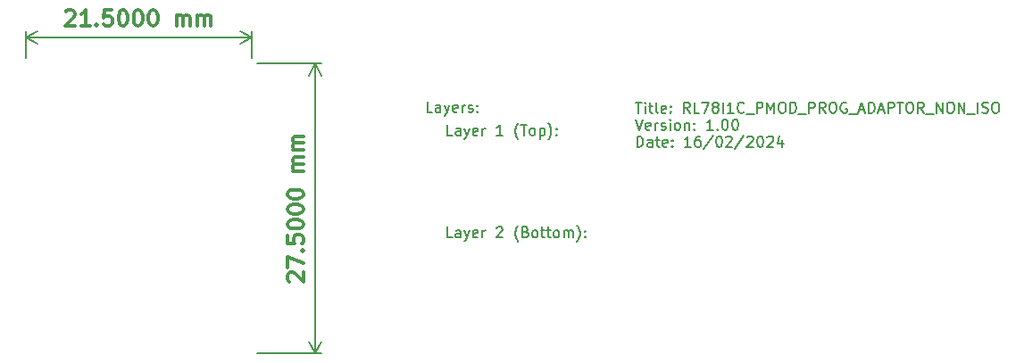
<source format=gbr>
%TF.GenerationSoftware,KiCad,Pcbnew,7.0.10*%
%TF.CreationDate,2024-10-22T16:17:16+01:00*%
%TF.ProjectId,RL78I1C_PMOD_PROG_ADAPTOR_NON_ISO,524c3738-4931-4435-9f50-4d4f445f5052,0*%
%TF.SameCoordinates,Original*%
%TF.FileFunction,Other,Comment*%
%FSLAX46Y46*%
G04 Gerber Fmt 4.6, Leading zero omitted, Abs format (unit mm)*
G04 Created by KiCad (PCBNEW 7.0.10) date 2024-10-22 16:17:16*
%MOMM*%
%LPD*%
G01*
G04 APERTURE LIST*
%ADD10C,0.150000*%
%ADD11C,0.300000*%
%ADD12C,0.200000*%
G04 APERTURE END LIST*
D10*
X177212969Y-87769819D02*
X176736779Y-87769819D01*
X176736779Y-87769819D02*
X176736779Y-86769819D01*
X177974874Y-87769819D02*
X177974874Y-87246009D01*
X177974874Y-87246009D02*
X177927255Y-87150771D01*
X177927255Y-87150771D02*
X177832017Y-87103152D01*
X177832017Y-87103152D02*
X177641541Y-87103152D01*
X177641541Y-87103152D02*
X177546303Y-87150771D01*
X177974874Y-87722200D02*
X177879636Y-87769819D01*
X177879636Y-87769819D02*
X177641541Y-87769819D01*
X177641541Y-87769819D02*
X177546303Y-87722200D01*
X177546303Y-87722200D02*
X177498684Y-87626961D01*
X177498684Y-87626961D02*
X177498684Y-87531723D01*
X177498684Y-87531723D02*
X177546303Y-87436485D01*
X177546303Y-87436485D02*
X177641541Y-87388866D01*
X177641541Y-87388866D02*
X177879636Y-87388866D01*
X177879636Y-87388866D02*
X177974874Y-87341247D01*
X178355827Y-87103152D02*
X178593922Y-87769819D01*
X178832017Y-87103152D02*
X178593922Y-87769819D01*
X178593922Y-87769819D02*
X178498684Y-88007914D01*
X178498684Y-88007914D02*
X178451065Y-88055533D01*
X178451065Y-88055533D02*
X178355827Y-88103152D01*
X179593922Y-87722200D02*
X179498684Y-87769819D01*
X179498684Y-87769819D02*
X179308208Y-87769819D01*
X179308208Y-87769819D02*
X179212970Y-87722200D01*
X179212970Y-87722200D02*
X179165351Y-87626961D01*
X179165351Y-87626961D02*
X179165351Y-87246009D01*
X179165351Y-87246009D02*
X179212970Y-87150771D01*
X179212970Y-87150771D02*
X179308208Y-87103152D01*
X179308208Y-87103152D02*
X179498684Y-87103152D01*
X179498684Y-87103152D02*
X179593922Y-87150771D01*
X179593922Y-87150771D02*
X179641541Y-87246009D01*
X179641541Y-87246009D02*
X179641541Y-87341247D01*
X179641541Y-87341247D02*
X179165351Y-87436485D01*
X180070113Y-87769819D02*
X180070113Y-87103152D01*
X180070113Y-87293628D02*
X180117732Y-87198390D01*
X180117732Y-87198390D02*
X180165351Y-87150771D01*
X180165351Y-87150771D02*
X180260589Y-87103152D01*
X180260589Y-87103152D02*
X180355827Y-87103152D01*
X181974875Y-87769819D02*
X181403447Y-87769819D01*
X181689161Y-87769819D02*
X181689161Y-86769819D01*
X181689161Y-86769819D02*
X181593923Y-86912676D01*
X181593923Y-86912676D02*
X181498685Y-87007914D01*
X181498685Y-87007914D02*
X181403447Y-87055533D01*
X183451066Y-88150771D02*
X183403447Y-88103152D01*
X183403447Y-88103152D02*
X183308209Y-87960295D01*
X183308209Y-87960295D02*
X183260590Y-87865057D01*
X183260590Y-87865057D02*
X183212971Y-87722200D01*
X183212971Y-87722200D02*
X183165352Y-87484104D01*
X183165352Y-87484104D02*
X183165352Y-87293628D01*
X183165352Y-87293628D02*
X183212971Y-87055533D01*
X183212971Y-87055533D02*
X183260590Y-86912676D01*
X183260590Y-86912676D02*
X183308209Y-86817438D01*
X183308209Y-86817438D02*
X183403447Y-86674580D01*
X183403447Y-86674580D02*
X183451066Y-86626961D01*
X183689162Y-86769819D02*
X184260590Y-86769819D01*
X183974876Y-87769819D02*
X183974876Y-86769819D01*
X184736781Y-87769819D02*
X184641543Y-87722200D01*
X184641543Y-87722200D02*
X184593924Y-87674580D01*
X184593924Y-87674580D02*
X184546305Y-87579342D01*
X184546305Y-87579342D02*
X184546305Y-87293628D01*
X184546305Y-87293628D02*
X184593924Y-87198390D01*
X184593924Y-87198390D02*
X184641543Y-87150771D01*
X184641543Y-87150771D02*
X184736781Y-87103152D01*
X184736781Y-87103152D02*
X184879638Y-87103152D01*
X184879638Y-87103152D02*
X184974876Y-87150771D01*
X184974876Y-87150771D02*
X185022495Y-87198390D01*
X185022495Y-87198390D02*
X185070114Y-87293628D01*
X185070114Y-87293628D02*
X185070114Y-87579342D01*
X185070114Y-87579342D02*
X185022495Y-87674580D01*
X185022495Y-87674580D02*
X184974876Y-87722200D01*
X184974876Y-87722200D02*
X184879638Y-87769819D01*
X184879638Y-87769819D02*
X184736781Y-87769819D01*
X185498686Y-87103152D02*
X185498686Y-88103152D01*
X185498686Y-87150771D02*
X185593924Y-87103152D01*
X185593924Y-87103152D02*
X185784400Y-87103152D01*
X185784400Y-87103152D02*
X185879638Y-87150771D01*
X185879638Y-87150771D02*
X185927257Y-87198390D01*
X185927257Y-87198390D02*
X185974876Y-87293628D01*
X185974876Y-87293628D02*
X185974876Y-87579342D01*
X185974876Y-87579342D02*
X185927257Y-87674580D01*
X185927257Y-87674580D02*
X185879638Y-87722200D01*
X185879638Y-87722200D02*
X185784400Y-87769819D01*
X185784400Y-87769819D02*
X185593924Y-87769819D01*
X185593924Y-87769819D02*
X185498686Y-87722200D01*
X186308210Y-88150771D02*
X186355829Y-88103152D01*
X186355829Y-88103152D02*
X186451067Y-87960295D01*
X186451067Y-87960295D02*
X186498686Y-87865057D01*
X186498686Y-87865057D02*
X186546305Y-87722200D01*
X186546305Y-87722200D02*
X186593924Y-87484104D01*
X186593924Y-87484104D02*
X186593924Y-87293628D01*
X186593924Y-87293628D02*
X186546305Y-87055533D01*
X186546305Y-87055533D02*
X186498686Y-86912676D01*
X186498686Y-86912676D02*
X186451067Y-86817438D01*
X186451067Y-86817438D02*
X186355829Y-86674580D01*
X186355829Y-86674580D02*
X186308210Y-86626961D01*
X187070115Y-87674580D02*
X187117734Y-87722200D01*
X187117734Y-87722200D02*
X187070115Y-87769819D01*
X187070115Y-87769819D02*
X187022496Y-87722200D01*
X187022496Y-87722200D02*
X187070115Y-87674580D01*
X187070115Y-87674580D02*
X187070115Y-87769819D01*
X187070115Y-87150771D02*
X187117734Y-87198390D01*
X187117734Y-87198390D02*
X187070115Y-87246009D01*
X187070115Y-87246009D02*
X187022496Y-87198390D01*
X187022496Y-87198390D02*
X187070115Y-87150771D01*
X187070115Y-87150771D02*
X187070115Y-87246009D01*
X177212969Y-97469819D02*
X176736779Y-97469819D01*
X176736779Y-97469819D02*
X176736779Y-96469819D01*
X177974874Y-97469819D02*
X177974874Y-96946009D01*
X177974874Y-96946009D02*
X177927255Y-96850771D01*
X177927255Y-96850771D02*
X177832017Y-96803152D01*
X177832017Y-96803152D02*
X177641541Y-96803152D01*
X177641541Y-96803152D02*
X177546303Y-96850771D01*
X177974874Y-97422200D02*
X177879636Y-97469819D01*
X177879636Y-97469819D02*
X177641541Y-97469819D01*
X177641541Y-97469819D02*
X177546303Y-97422200D01*
X177546303Y-97422200D02*
X177498684Y-97326961D01*
X177498684Y-97326961D02*
X177498684Y-97231723D01*
X177498684Y-97231723D02*
X177546303Y-97136485D01*
X177546303Y-97136485D02*
X177641541Y-97088866D01*
X177641541Y-97088866D02*
X177879636Y-97088866D01*
X177879636Y-97088866D02*
X177974874Y-97041247D01*
X178355827Y-96803152D02*
X178593922Y-97469819D01*
X178832017Y-96803152D02*
X178593922Y-97469819D01*
X178593922Y-97469819D02*
X178498684Y-97707914D01*
X178498684Y-97707914D02*
X178451065Y-97755533D01*
X178451065Y-97755533D02*
X178355827Y-97803152D01*
X179593922Y-97422200D02*
X179498684Y-97469819D01*
X179498684Y-97469819D02*
X179308208Y-97469819D01*
X179308208Y-97469819D02*
X179212970Y-97422200D01*
X179212970Y-97422200D02*
X179165351Y-97326961D01*
X179165351Y-97326961D02*
X179165351Y-96946009D01*
X179165351Y-96946009D02*
X179212970Y-96850771D01*
X179212970Y-96850771D02*
X179308208Y-96803152D01*
X179308208Y-96803152D02*
X179498684Y-96803152D01*
X179498684Y-96803152D02*
X179593922Y-96850771D01*
X179593922Y-96850771D02*
X179641541Y-96946009D01*
X179641541Y-96946009D02*
X179641541Y-97041247D01*
X179641541Y-97041247D02*
X179165351Y-97136485D01*
X180070113Y-97469819D02*
X180070113Y-96803152D01*
X180070113Y-96993628D02*
X180117732Y-96898390D01*
X180117732Y-96898390D02*
X180165351Y-96850771D01*
X180165351Y-96850771D02*
X180260589Y-96803152D01*
X180260589Y-96803152D02*
X180355827Y-96803152D01*
X181403447Y-96565057D02*
X181451066Y-96517438D01*
X181451066Y-96517438D02*
X181546304Y-96469819D01*
X181546304Y-96469819D02*
X181784399Y-96469819D01*
X181784399Y-96469819D02*
X181879637Y-96517438D01*
X181879637Y-96517438D02*
X181927256Y-96565057D01*
X181927256Y-96565057D02*
X181974875Y-96660295D01*
X181974875Y-96660295D02*
X181974875Y-96755533D01*
X181974875Y-96755533D02*
X181927256Y-96898390D01*
X181927256Y-96898390D02*
X181355828Y-97469819D01*
X181355828Y-97469819D02*
X181974875Y-97469819D01*
X183451066Y-97850771D02*
X183403447Y-97803152D01*
X183403447Y-97803152D02*
X183308209Y-97660295D01*
X183308209Y-97660295D02*
X183260590Y-97565057D01*
X183260590Y-97565057D02*
X183212971Y-97422200D01*
X183212971Y-97422200D02*
X183165352Y-97184104D01*
X183165352Y-97184104D02*
X183165352Y-96993628D01*
X183165352Y-96993628D02*
X183212971Y-96755533D01*
X183212971Y-96755533D02*
X183260590Y-96612676D01*
X183260590Y-96612676D02*
X183308209Y-96517438D01*
X183308209Y-96517438D02*
X183403447Y-96374580D01*
X183403447Y-96374580D02*
X183451066Y-96326961D01*
X184165352Y-96946009D02*
X184308209Y-96993628D01*
X184308209Y-96993628D02*
X184355828Y-97041247D01*
X184355828Y-97041247D02*
X184403447Y-97136485D01*
X184403447Y-97136485D02*
X184403447Y-97279342D01*
X184403447Y-97279342D02*
X184355828Y-97374580D01*
X184355828Y-97374580D02*
X184308209Y-97422200D01*
X184308209Y-97422200D02*
X184212971Y-97469819D01*
X184212971Y-97469819D02*
X183832019Y-97469819D01*
X183832019Y-97469819D02*
X183832019Y-96469819D01*
X183832019Y-96469819D02*
X184165352Y-96469819D01*
X184165352Y-96469819D02*
X184260590Y-96517438D01*
X184260590Y-96517438D02*
X184308209Y-96565057D01*
X184308209Y-96565057D02*
X184355828Y-96660295D01*
X184355828Y-96660295D02*
X184355828Y-96755533D01*
X184355828Y-96755533D02*
X184308209Y-96850771D01*
X184308209Y-96850771D02*
X184260590Y-96898390D01*
X184260590Y-96898390D02*
X184165352Y-96946009D01*
X184165352Y-96946009D02*
X183832019Y-96946009D01*
X184974876Y-97469819D02*
X184879638Y-97422200D01*
X184879638Y-97422200D02*
X184832019Y-97374580D01*
X184832019Y-97374580D02*
X184784400Y-97279342D01*
X184784400Y-97279342D02*
X184784400Y-96993628D01*
X184784400Y-96993628D02*
X184832019Y-96898390D01*
X184832019Y-96898390D02*
X184879638Y-96850771D01*
X184879638Y-96850771D02*
X184974876Y-96803152D01*
X184974876Y-96803152D02*
X185117733Y-96803152D01*
X185117733Y-96803152D02*
X185212971Y-96850771D01*
X185212971Y-96850771D02*
X185260590Y-96898390D01*
X185260590Y-96898390D02*
X185308209Y-96993628D01*
X185308209Y-96993628D02*
X185308209Y-97279342D01*
X185308209Y-97279342D02*
X185260590Y-97374580D01*
X185260590Y-97374580D02*
X185212971Y-97422200D01*
X185212971Y-97422200D02*
X185117733Y-97469819D01*
X185117733Y-97469819D02*
X184974876Y-97469819D01*
X185593924Y-96803152D02*
X185974876Y-96803152D01*
X185736781Y-96469819D02*
X185736781Y-97326961D01*
X185736781Y-97326961D02*
X185784400Y-97422200D01*
X185784400Y-97422200D02*
X185879638Y-97469819D01*
X185879638Y-97469819D02*
X185974876Y-97469819D01*
X186165353Y-96803152D02*
X186546305Y-96803152D01*
X186308210Y-96469819D02*
X186308210Y-97326961D01*
X186308210Y-97326961D02*
X186355829Y-97422200D01*
X186355829Y-97422200D02*
X186451067Y-97469819D01*
X186451067Y-97469819D02*
X186546305Y-97469819D01*
X187022496Y-97469819D02*
X186927258Y-97422200D01*
X186927258Y-97422200D02*
X186879639Y-97374580D01*
X186879639Y-97374580D02*
X186832020Y-97279342D01*
X186832020Y-97279342D02*
X186832020Y-96993628D01*
X186832020Y-96993628D02*
X186879639Y-96898390D01*
X186879639Y-96898390D02*
X186927258Y-96850771D01*
X186927258Y-96850771D02*
X187022496Y-96803152D01*
X187022496Y-96803152D02*
X187165353Y-96803152D01*
X187165353Y-96803152D02*
X187260591Y-96850771D01*
X187260591Y-96850771D02*
X187308210Y-96898390D01*
X187308210Y-96898390D02*
X187355829Y-96993628D01*
X187355829Y-96993628D02*
X187355829Y-97279342D01*
X187355829Y-97279342D02*
X187308210Y-97374580D01*
X187308210Y-97374580D02*
X187260591Y-97422200D01*
X187260591Y-97422200D02*
X187165353Y-97469819D01*
X187165353Y-97469819D02*
X187022496Y-97469819D01*
X187784401Y-97469819D02*
X187784401Y-96803152D01*
X187784401Y-96898390D02*
X187832020Y-96850771D01*
X187832020Y-96850771D02*
X187927258Y-96803152D01*
X187927258Y-96803152D02*
X188070115Y-96803152D01*
X188070115Y-96803152D02*
X188165353Y-96850771D01*
X188165353Y-96850771D02*
X188212972Y-96946009D01*
X188212972Y-96946009D02*
X188212972Y-97469819D01*
X188212972Y-96946009D02*
X188260591Y-96850771D01*
X188260591Y-96850771D02*
X188355829Y-96803152D01*
X188355829Y-96803152D02*
X188498686Y-96803152D01*
X188498686Y-96803152D02*
X188593925Y-96850771D01*
X188593925Y-96850771D02*
X188641544Y-96946009D01*
X188641544Y-96946009D02*
X188641544Y-97469819D01*
X189022496Y-97850771D02*
X189070115Y-97803152D01*
X189070115Y-97803152D02*
X189165353Y-97660295D01*
X189165353Y-97660295D02*
X189212972Y-97565057D01*
X189212972Y-97565057D02*
X189260591Y-97422200D01*
X189260591Y-97422200D02*
X189308210Y-97184104D01*
X189308210Y-97184104D02*
X189308210Y-96993628D01*
X189308210Y-96993628D02*
X189260591Y-96755533D01*
X189260591Y-96755533D02*
X189212972Y-96612676D01*
X189212972Y-96612676D02*
X189165353Y-96517438D01*
X189165353Y-96517438D02*
X189070115Y-96374580D01*
X189070115Y-96374580D02*
X189022496Y-96326961D01*
X189784401Y-97374580D02*
X189832020Y-97422200D01*
X189832020Y-97422200D02*
X189784401Y-97469819D01*
X189784401Y-97469819D02*
X189736782Y-97422200D01*
X189736782Y-97422200D02*
X189784401Y-97374580D01*
X189784401Y-97374580D02*
X189784401Y-97469819D01*
X189784401Y-96850771D02*
X189832020Y-96898390D01*
X189832020Y-96898390D02*
X189784401Y-96946009D01*
X189784401Y-96946009D02*
X189736782Y-96898390D01*
X189736782Y-96898390D02*
X189784401Y-96850771D01*
X189784401Y-96850771D02*
X189784401Y-96946009D01*
X175312969Y-85569819D02*
X174836779Y-85569819D01*
X174836779Y-85569819D02*
X174836779Y-84569819D01*
X176074874Y-85569819D02*
X176074874Y-85046009D01*
X176074874Y-85046009D02*
X176027255Y-84950771D01*
X176027255Y-84950771D02*
X175932017Y-84903152D01*
X175932017Y-84903152D02*
X175741541Y-84903152D01*
X175741541Y-84903152D02*
X175646303Y-84950771D01*
X176074874Y-85522200D02*
X175979636Y-85569819D01*
X175979636Y-85569819D02*
X175741541Y-85569819D01*
X175741541Y-85569819D02*
X175646303Y-85522200D01*
X175646303Y-85522200D02*
X175598684Y-85426961D01*
X175598684Y-85426961D02*
X175598684Y-85331723D01*
X175598684Y-85331723D02*
X175646303Y-85236485D01*
X175646303Y-85236485D02*
X175741541Y-85188866D01*
X175741541Y-85188866D02*
X175979636Y-85188866D01*
X175979636Y-85188866D02*
X176074874Y-85141247D01*
X176455827Y-84903152D02*
X176693922Y-85569819D01*
X176932017Y-84903152D02*
X176693922Y-85569819D01*
X176693922Y-85569819D02*
X176598684Y-85807914D01*
X176598684Y-85807914D02*
X176551065Y-85855533D01*
X176551065Y-85855533D02*
X176455827Y-85903152D01*
X177693922Y-85522200D02*
X177598684Y-85569819D01*
X177598684Y-85569819D02*
X177408208Y-85569819D01*
X177408208Y-85569819D02*
X177312970Y-85522200D01*
X177312970Y-85522200D02*
X177265351Y-85426961D01*
X177265351Y-85426961D02*
X177265351Y-85046009D01*
X177265351Y-85046009D02*
X177312970Y-84950771D01*
X177312970Y-84950771D02*
X177408208Y-84903152D01*
X177408208Y-84903152D02*
X177598684Y-84903152D01*
X177598684Y-84903152D02*
X177693922Y-84950771D01*
X177693922Y-84950771D02*
X177741541Y-85046009D01*
X177741541Y-85046009D02*
X177741541Y-85141247D01*
X177741541Y-85141247D02*
X177265351Y-85236485D01*
X178170113Y-85569819D02*
X178170113Y-84903152D01*
X178170113Y-85093628D02*
X178217732Y-84998390D01*
X178217732Y-84998390D02*
X178265351Y-84950771D01*
X178265351Y-84950771D02*
X178360589Y-84903152D01*
X178360589Y-84903152D02*
X178455827Y-84903152D01*
X178741542Y-85522200D02*
X178836780Y-85569819D01*
X178836780Y-85569819D02*
X179027256Y-85569819D01*
X179027256Y-85569819D02*
X179122494Y-85522200D01*
X179122494Y-85522200D02*
X179170113Y-85426961D01*
X179170113Y-85426961D02*
X179170113Y-85379342D01*
X179170113Y-85379342D02*
X179122494Y-85284104D01*
X179122494Y-85284104D02*
X179027256Y-85236485D01*
X179027256Y-85236485D02*
X178884399Y-85236485D01*
X178884399Y-85236485D02*
X178789161Y-85188866D01*
X178789161Y-85188866D02*
X178741542Y-85093628D01*
X178741542Y-85093628D02*
X178741542Y-85046009D01*
X178741542Y-85046009D02*
X178789161Y-84950771D01*
X178789161Y-84950771D02*
X178884399Y-84903152D01*
X178884399Y-84903152D02*
X179027256Y-84903152D01*
X179027256Y-84903152D02*
X179122494Y-84950771D01*
X179598685Y-85474580D02*
X179646304Y-85522200D01*
X179646304Y-85522200D02*
X179598685Y-85569819D01*
X179598685Y-85569819D02*
X179551066Y-85522200D01*
X179551066Y-85522200D02*
X179598685Y-85474580D01*
X179598685Y-85474580D02*
X179598685Y-85569819D01*
X179598685Y-84950771D02*
X179646304Y-84998390D01*
X179646304Y-84998390D02*
X179598685Y-85046009D01*
X179598685Y-85046009D02*
X179551066Y-84998390D01*
X179551066Y-84998390D02*
X179598685Y-84950771D01*
X179598685Y-84950771D02*
X179598685Y-85046009D01*
X194593922Y-84649819D02*
X195165350Y-84649819D01*
X194879636Y-85649819D02*
X194879636Y-84649819D01*
X195498684Y-85649819D02*
X195498684Y-84983152D01*
X195498684Y-84649819D02*
X195451065Y-84697438D01*
X195451065Y-84697438D02*
X195498684Y-84745057D01*
X195498684Y-84745057D02*
X195546303Y-84697438D01*
X195546303Y-84697438D02*
X195498684Y-84649819D01*
X195498684Y-84649819D02*
X195498684Y-84745057D01*
X195832017Y-84983152D02*
X196212969Y-84983152D01*
X195974874Y-84649819D02*
X195974874Y-85506961D01*
X195974874Y-85506961D02*
X196022493Y-85602200D01*
X196022493Y-85602200D02*
X196117731Y-85649819D01*
X196117731Y-85649819D02*
X196212969Y-85649819D01*
X196689160Y-85649819D02*
X196593922Y-85602200D01*
X196593922Y-85602200D02*
X196546303Y-85506961D01*
X196546303Y-85506961D02*
X196546303Y-84649819D01*
X197451065Y-85602200D02*
X197355827Y-85649819D01*
X197355827Y-85649819D02*
X197165351Y-85649819D01*
X197165351Y-85649819D02*
X197070113Y-85602200D01*
X197070113Y-85602200D02*
X197022494Y-85506961D01*
X197022494Y-85506961D02*
X197022494Y-85126009D01*
X197022494Y-85126009D02*
X197070113Y-85030771D01*
X197070113Y-85030771D02*
X197165351Y-84983152D01*
X197165351Y-84983152D02*
X197355827Y-84983152D01*
X197355827Y-84983152D02*
X197451065Y-85030771D01*
X197451065Y-85030771D02*
X197498684Y-85126009D01*
X197498684Y-85126009D02*
X197498684Y-85221247D01*
X197498684Y-85221247D02*
X197022494Y-85316485D01*
X197927256Y-85554580D02*
X197974875Y-85602200D01*
X197974875Y-85602200D02*
X197927256Y-85649819D01*
X197927256Y-85649819D02*
X197879637Y-85602200D01*
X197879637Y-85602200D02*
X197927256Y-85554580D01*
X197927256Y-85554580D02*
X197927256Y-85649819D01*
X197927256Y-85030771D02*
X197974875Y-85078390D01*
X197974875Y-85078390D02*
X197927256Y-85126009D01*
X197927256Y-85126009D02*
X197879637Y-85078390D01*
X197879637Y-85078390D02*
X197927256Y-85030771D01*
X197927256Y-85030771D02*
X197927256Y-85126009D01*
X199736779Y-85649819D02*
X199403446Y-85173628D01*
X199165351Y-85649819D02*
X199165351Y-84649819D01*
X199165351Y-84649819D02*
X199546303Y-84649819D01*
X199546303Y-84649819D02*
X199641541Y-84697438D01*
X199641541Y-84697438D02*
X199689160Y-84745057D01*
X199689160Y-84745057D02*
X199736779Y-84840295D01*
X199736779Y-84840295D02*
X199736779Y-84983152D01*
X199736779Y-84983152D02*
X199689160Y-85078390D01*
X199689160Y-85078390D02*
X199641541Y-85126009D01*
X199641541Y-85126009D02*
X199546303Y-85173628D01*
X199546303Y-85173628D02*
X199165351Y-85173628D01*
X200641541Y-85649819D02*
X200165351Y-85649819D01*
X200165351Y-85649819D02*
X200165351Y-84649819D01*
X200879637Y-84649819D02*
X201546303Y-84649819D01*
X201546303Y-84649819D02*
X201117732Y-85649819D01*
X202070113Y-85078390D02*
X201974875Y-85030771D01*
X201974875Y-85030771D02*
X201927256Y-84983152D01*
X201927256Y-84983152D02*
X201879637Y-84887914D01*
X201879637Y-84887914D02*
X201879637Y-84840295D01*
X201879637Y-84840295D02*
X201927256Y-84745057D01*
X201927256Y-84745057D02*
X201974875Y-84697438D01*
X201974875Y-84697438D02*
X202070113Y-84649819D01*
X202070113Y-84649819D02*
X202260589Y-84649819D01*
X202260589Y-84649819D02*
X202355827Y-84697438D01*
X202355827Y-84697438D02*
X202403446Y-84745057D01*
X202403446Y-84745057D02*
X202451065Y-84840295D01*
X202451065Y-84840295D02*
X202451065Y-84887914D01*
X202451065Y-84887914D02*
X202403446Y-84983152D01*
X202403446Y-84983152D02*
X202355827Y-85030771D01*
X202355827Y-85030771D02*
X202260589Y-85078390D01*
X202260589Y-85078390D02*
X202070113Y-85078390D01*
X202070113Y-85078390D02*
X201974875Y-85126009D01*
X201974875Y-85126009D02*
X201927256Y-85173628D01*
X201927256Y-85173628D02*
X201879637Y-85268866D01*
X201879637Y-85268866D02*
X201879637Y-85459342D01*
X201879637Y-85459342D02*
X201927256Y-85554580D01*
X201927256Y-85554580D02*
X201974875Y-85602200D01*
X201974875Y-85602200D02*
X202070113Y-85649819D01*
X202070113Y-85649819D02*
X202260589Y-85649819D01*
X202260589Y-85649819D02*
X202355827Y-85602200D01*
X202355827Y-85602200D02*
X202403446Y-85554580D01*
X202403446Y-85554580D02*
X202451065Y-85459342D01*
X202451065Y-85459342D02*
X202451065Y-85268866D01*
X202451065Y-85268866D02*
X202403446Y-85173628D01*
X202403446Y-85173628D02*
X202355827Y-85126009D01*
X202355827Y-85126009D02*
X202260589Y-85078390D01*
X202879637Y-85649819D02*
X202879637Y-84649819D01*
X203879636Y-85649819D02*
X203308208Y-85649819D01*
X203593922Y-85649819D02*
X203593922Y-84649819D01*
X203593922Y-84649819D02*
X203498684Y-84792676D01*
X203498684Y-84792676D02*
X203403446Y-84887914D01*
X203403446Y-84887914D02*
X203308208Y-84935533D01*
X204879636Y-85554580D02*
X204832017Y-85602200D01*
X204832017Y-85602200D02*
X204689160Y-85649819D01*
X204689160Y-85649819D02*
X204593922Y-85649819D01*
X204593922Y-85649819D02*
X204451065Y-85602200D01*
X204451065Y-85602200D02*
X204355827Y-85506961D01*
X204355827Y-85506961D02*
X204308208Y-85411723D01*
X204308208Y-85411723D02*
X204260589Y-85221247D01*
X204260589Y-85221247D02*
X204260589Y-85078390D01*
X204260589Y-85078390D02*
X204308208Y-84887914D01*
X204308208Y-84887914D02*
X204355827Y-84792676D01*
X204355827Y-84792676D02*
X204451065Y-84697438D01*
X204451065Y-84697438D02*
X204593922Y-84649819D01*
X204593922Y-84649819D02*
X204689160Y-84649819D01*
X204689160Y-84649819D02*
X204832017Y-84697438D01*
X204832017Y-84697438D02*
X204879636Y-84745057D01*
X205070113Y-85745057D02*
X205832017Y-85745057D01*
X206070113Y-85649819D02*
X206070113Y-84649819D01*
X206070113Y-84649819D02*
X206451065Y-84649819D01*
X206451065Y-84649819D02*
X206546303Y-84697438D01*
X206546303Y-84697438D02*
X206593922Y-84745057D01*
X206593922Y-84745057D02*
X206641541Y-84840295D01*
X206641541Y-84840295D02*
X206641541Y-84983152D01*
X206641541Y-84983152D02*
X206593922Y-85078390D01*
X206593922Y-85078390D02*
X206546303Y-85126009D01*
X206546303Y-85126009D02*
X206451065Y-85173628D01*
X206451065Y-85173628D02*
X206070113Y-85173628D01*
X207070113Y-85649819D02*
X207070113Y-84649819D01*
X207070113Y-84649819D02*
X207403446Y-85364104D01*
X207403446Y-85364104D02*
X207736779Y-84649819D01*
X207736779Y-84649819D02*
X207736779Y-85649819D01*
X208403446Y-84649819D02*
X208593922Y-84649819D01*
X208593922Y-84649819D02*
X208689160Y-84697438D01*
X208689160Y-84697438D02*
X208784398Y-84792676D01*
X208784398Y-84792676D02*
X208832017Y-84983152D01*
X208832017Y-84983152D02*
X208832017Y-85316485D01*
X208832017Y-85316485D02*
X208784398Y-85506961D01*
X208784398Y-85506961D02*
X208689160Y-85602200D01*
X208689160Y-85602200D02*
X208593922Y-85649819D01*
X208593922Y-85649819D02*
X208403446Y-85649819D01*
X208403446Y-85649819D02*
X208308208Y-85602200D01*
X208308208Y-85602200D02*
X208212970Y-85506961D01*
X208212970Y-85506961D02*
X208165351Y-85316485D01*
X208165351Y-85316485D02*
X208165351Y-84983152D01*
X208165351Y-84983152D02*
X208212970Y-84792676D01*
X208212970Y-84792676D02*
X208308208Y-84697438D01*
X208308208Y-84697438D02*
X208403446Y-84649819D01*
X209260589Y-85649819D02*
X209260589Y-84649819D01*
X209260589Y-84649819D02*
X209498684Y-84649819D01*
X209498684Y-84649819D02*
X209641541Y-84697438D01*
X209641541Y-84697438D02*
X209736779Y-84792676D01*
X209736779Y-84792676D02*
X209784398Y-84887914D01*
X209784398Y-84887914D02*
X209832017Y-85078390D01*
X209832017Y-85078390D02*
X209832017Y-85221247D01*
X209832017Y-85221247D02*
X209784398Y-85411723D01*
X209784398Y-85411723D02*
X209736779Y-85506961D01*
X209736779Y-85506961D02*
X209641541Y-85602200D01*
X209641541Y-85602200D02*
X209498684Y-85649819D01*
X209498684Y-85649819D02*
X209260589Y-85649819D01*
X210022494Y-85745057D02*
X210784398Y-85745057D01*
X211022494Y-85649819D02*
X211022494Y-84649819D01*
X211022494Y-84649819D02*
X211403446Y-84649819D01*
X211403446Y-84649819D02*
X211498684Y-84697438D01*
X211498684Y-84697438D02*
X211546303Y-84745057D01*
X211546303Y-84745057D02*
X211593922Y-84840295D01*
X211593922Y-84840295D02*
X211593922Y-84983152D01*
X211593922Y-84983152D02*
X211546303Y-85078390D01*
X211546303Y-85078390D02*
X211498684Y-85126009D01*
X211498684Y-85126009D02*
X211403446Y-85173628D01*
X211403446Y-85173628D02*
X211022494Y-85173628D01*
X212593922Y-85649819D02*
X212260589Y-85173628D01*
X212022494Y-85649819D02*
X212022494Y-84649819D01*
X212022494Y-84649819D02*
X212403446Y-84649819D01*
X212403446Y-84649819D02*
X212498684Y-84697438D01*
X212498684Y-84697438D02*
X212546303Y-84745057D01*
X212546303Y-84745057D02*
X212593922Y-84840295D01*
X212593922Y-84840295D02*
X212593922Y-84983152D01*
X212593922Y-84983152D02*
X212546303Y-85078390D01*
X212546303Y-85078390D02*
X212498684Y-85126009D01*
X212498684Y-85126009D02*
X212403446Y-85173628D01*
X212403446Y-85173628D02*
X212022494Y-85173628D01*
X213212970Y-84649819D02*
X213403446Y-84649819D01*
X213403446Y-84649819D02*
X213498684Y-84697438D01*
X213498684Y-84697438D02*
X213593922Y-84792676D01*
X213593922Y-84792676D02*
X213641541Y-84983152D01*
X213641541Y-84983152D02*
X213641541Y-85316485D01*
X213641541Y-85316485D02*
X213593922Y-85506961D01*
X213593922Y-85506961D02*
X213498684Y-85602200D01*
X213498684Y-85602200D02*
X213403446Y-85649819D01*
X213403446Y-85649819D02*
X213212970Y-85649819D01*
X213212970Y-85649819D02*
X213117732Y-85602200D01*
X213117732Y-85602200D02*
X213022494Y-85506961D01*
X213022494Y-85506961D02*
X212974875Y-85316485D01*
X212974875Y-85316485D02*
X212974875Y-84983152D01*
X212974875Y-84983152D02*
X213022494Y-84792676D01*
X213022494Y-84792676D02*
X213117732Y-84697438D01*
X213117732Y-84697438D02*
X213212970Y-84649819D01*
X214593922Y-84697438D02*
X214498684Y-84649819D01*
X214498684Y-84649819D02*
X214355827Y-84649819D01*
X214355827Y-84649819D02*
X214212970Y-84697438D01*
X214212970Y-84697438D02*
X214117732Y-84792676D01*
X214117732Y-84792676D02*
X214070113Y-84887914D01*
X214070113Y-84887914D02*
X214022494Y-85078390D01*
X214022494Y-85078390D02*
X214022494Y-85221247D01*
X214022494Y-85221247D02*
X214070113Y-85411723D01*
X214070113Y-85411723D02*
X214117732Y-85506961D01*
X214117732Y-85506961D02*
X214212970Y-85602200D01*
X214212970Y-85602200D02*
X214355827Y-85649819D01*
X214355827Y-85649819D02*
X214451065Y-85649819D01*
X214451065Y-85649819D02*
X214593922Y-85602200D01*
X214593922Y-85602200D02*
X214641541Y-85554580D01*
X214641541Y-85554580D02*
X214641541Y-85221247D01*
X214641541Y-85221247D02*
X214451065Y-85221247D01*
X214832018Y-85745057D02*
X215593922Y-85745057D01*
X215784399Y-85364104D02*
X216260589Y-85364104D01*
X215689161Y-85649819D02*
X216022494Y-84649819D01*
X216022494Y-84649819D02*
X216355827Y-85649819D01*
X216689161Y-85649819D02*
X216689161Y-84649819D01*
X216689161Y-84649819D02*
X216927256Y-84649819D01*
X216927256Y-84649819D02*
X217070113Y-84697438D01*
X217070113Y-84697438D02*
X217165351Y-84792676D01*
X217165351Y-84792676D02*
X217212970Y-84887914D01*
X217212970Y-84887914D02*
X217260589Y-85078390D01*
X217260589Y-85078390D02*
X217260589Y-85221247D01*
X217260589Y-85221247D02*
X217212970Y-85411723D01*
X217212970Y-85411723D02*
X217165351Y-85506961D01*
X217165351Y-85506961D02*
X217070113Y-85602200D01*
X217070113Y-85602200D02*
X216927256Y-85649819D01*
X216927256Y-85649819D02*
X216689161Y-85649819D01*
X217641542Y-85364104D02*
X218117732Y-85364104D01*
X217546304Y-85649819D02*
X217879637Y-84649819D01*
X217879637Y-84649819D02*
X218212970Y-85649819D01*
X218546304Y-85649819D02*
X218546304Y-84649819D01*
X218546304Y-84649819D02*
X218927256Y-84649819D01*
X218927256Y-84649819D02*
X219022494Y-84697438D01*
X219022494Y-84697438D02*
X219070113Y-84745057D01*
X219070113Y-84745057D02*
X219117732Y-84840295D01*
X219117732Y-84840295D02*
X219117732Y-84983152D01*
X219117732Y-84983152D02*
X219070113Y-85078390D01*
X219070113Y-85078390D02*
X219022494Y-85126009D01*
X219022494Y-85126009D02*
X218927256Y-85173628D01*
X218927256Y-85173628D02*
X218546304Y-85173628D01*
X219403447Y-84649819D02*
X219974875Y-84649819D01*
X219689161Y-85649819D02*
X219689161Y-84649819D01*
X220498685Y-84649819D02*
X220689161Y-84649819D01*
X220689161Y-84649819D02*
X220784399Y-84697438D01*
X220784399Y-84697438D02*
X220879637Y-84792676D01*
X220879637Y-84792676D02*
X220927256Y-84983152D01*
X220927256Y-84983152D02*
X220927256Y-85316485D01*
X220927256Y-85316485D02*
X220879637Y-85506961D01*
X220879637Y-85506961D02*
X220784399Y-85602200D01*
X220784399Y-85602200D02*
X220689161Y-85649819D01*
X220689161Y-85649819D02*
X220498685Y-85649819D01*
X220498685Y-85649819D02*
X220403447Y-85602200D01*
X220403447Y-85602200D02*
X220308209Y-85506961D01*
X220308209Y-85506961D02*
X220260590Y-85316485D01*
X220260590Y-85316485D02*
X220260590Y-84983152D01*
X220260590Y-84983152D02*
X220308209Y-84792676D01*
X220308209Y-84792676D02*
X220403447Y-84697438D01*
X220403447Y-84697438D02*
X220498685Y-84649819D01*
X221927256Y-85649819D02*
X221593923Y-85173628D01*
X221355828Y-85649819D02*
X221355828Y-84649819D01*
X221355828Y-84649819D02*
X221736780Y-84649819D01*
X221736780Y-84649819D02*
X221832018Y-84697438D01*
X221832018Y-84697438D02*
X221879637Y-84745057D01*
X221879637Y-84745057D02*
X221927256Y-84840295D01*
X221927256Y-84840295D02*
X221927256Y-84983152D01*
X221927256Y-84983152D02*
X221879637Y-85078390D01*
X221879637Y-85078390D02*
X221832018Y-85126009D01*
X221832018Y-85126009D02*
X221736780Y-85173628D01*
X221736780Y-85173628D02*
X221355828Y-85173628D01*
X222117733Y-85745057D02*
X222879637Y-85745057D01*
X223117733Y-85649819D02*
X223117733Y-84649819D01*
X223117733Y-84649819D02*
X223689161Y-85649819D01*
X223689161Y-85649819D02*
X223689161Y-84649819D01*
X224355828Y-84649819D02*
X224546304Y-84649819D01*
X224546304Y-84649819D02*
X224641542Y-84697438D01*
X224641542Y-84697438D02*
X224736780Y-84792676D01*
X224736780Y-84792676D02*
X224784399Y-84983152D01*
X224784399Y-84983152D02*
X224784399Y-85316485D01*
X224784399Y-85316485D02*
X224736780Y-85506961D01*
X224736780Y-85506961D02*
X224641542Y-85602200D01*
X224641542Y-85602200D02*
X224546304Y-85649819D01*
X224546304Y-85649819D02*
X224355828Y-85649819D01*
X224355828Y-85649819D02*
X224260590Y-85602200D01*
X224260590Y-85602200D02*
X224165352Y-85506961D01*
X224165352Y-85506961D02*
X224117733Y-85316485D01*
X224117733Y-85316485D02*
X224117733Y-84983152D01*
X224117733Y-84983152D02*
X224165352Y-84792676D01*
X224165352Y-84792676D02*
X224260590Y-84697438D01*
X224260590Y-84697438D02*
X224355828Y-84649819D01*
X225212971Y-85649819D02*
X225212971Y-84649819D01*
X225212971Y-84649819D02*
X225784399Y-85649819D01*
X225784399Y-85649819D02*
X225784399Y-84649819D01*
X226022495Y-85745057D02*
X226784399Y-85745057D01*
X227022495Y-85649819D02*
X227022495Y-84649819D01*
X227451066Y-85602200D02*
X227593923Y-85649819D01*
X227593923Y-85649819D02*
X227832018Y-85649819D01*
X227832018Y-85649819D02*
X227927256Y-85602200D01*
X227927256Y-85602200D02*
X227974875Y-85554580D01*
X227974875Y-85554580D02*
X228022494Y-85459342D01*
X228022494Y-85459342D02*
X228022494Y-85364104D01*
X228022494Y-85364104D02*
X227974875Y-85268866D01*
X227974875Y-85268866D02*
X227927256Y-85221247D01*
X227927256Y-85221247D02*
X227832018Y-85173628D01*
X227832018Y-85173628D02*
X227641542Y-85126009D01*
X227641542Y-85126009D02*
X227546304Y-85078390D01*
X227546304Y-85078390D02*
X227498685Y-85030771D01*
X227498685Y-85030771D02*
X227451066Y-84935533D01*
X227451066Y-84935533D02*
X227451066Y-84840295D01*
X227451066Y-84840295D02*
X227498685Y-84745057D01*
X227498685Y-84745057D02*
X227546304Y-84697438D01*
X227546304Y-84697438D02*
X227641542Y-84649819D01*
X227641542Y-84649819D02*
X227879637Y-84649819D01*
X227879637Y-84649819D02*
X228022494Y-84697438D01*
X228641542Y-84649819D02*
X228832018Y-84649819D01*
X228832018Y-84649819D02*
X228927256Y-84697438D01*
X228927256Y-84697438D02*
X229022494Y-84792676D01*
X229022494Y-84792676D02*
X229070113Y-84983152D01*
X229070113Y-84983152D02*
X229070113Y-85316485D01*
X229070113Y-85316485D02*
X229022494Y-85506961D01*
X229022494Y-85506961D02*
X228927256Y-85602200D01*
X228927256Y-85602200D02*
X228832018Y-85649819D01*
X228832018Y-85649819D02*
X228641542Y-85649819D01*
X228641542Y-85649819D02*
X228546304Y-85602200D01*
X228546304Y-85602200D02*
X228451066Y-85506961D01*
X228451066Y-85506961D02*
X228403447Y-85316485D01*
X228403447Y-85316485D02*
X228403447Y-84983152D01*
X228403447Y-84983152D02*
X228451066Y-84792676D01*
X228451066Y-84792676D02*
X228546304Y-84697438D01*
X228546304Y-84697438D02*
X228641542Y-84649819D01*
X194593922Y-86259819D02*
X194927255Y-87259819D01*
X194927255Y-87259819D02*
X195260588Y-86259819D01*
X195974874Y-87212200D02*
X195879636Y-87259819D01*
X195879636Y-87259819D02*
X195689160Y-87259819D01*
X195689160Y-87259819D02*
X195593922Y-87212200D01*
X195593922Y-87212200D02*
X195546303Y-87116961D01*
X195546303Y-87116961D02*
X195546303Y-86736009D01*
X195546303Y-86736009D02*
X195593922Y-86640771D01*
X195593922Y-86640771D02*
X195689160Y-86593152D01*
X195689160Y-86593152D02*
X195879636Y-86593152D01*
X195879636Y-86593152D02*
X195974874Y-86640771D01*
X195974874Y-86640771D02*
X196022493Y-86736009D01*
X196022493Y-86736009D02*
X196022493Y-86831247D01*
X196022493Y-86831247D02*
X195546303Y-86926485D01*
X196451065Y-87259819D02*
X196451065Y-86593152D01*
X196451065Y-86783628D02*
X196498684Y-86688390D01*
X196498684Y-86688390D02*
X196546303Y-86640771D01*
X196546303Y-86640771D02*
X196641541Y-86593152D01*
X196641541Y-86593152D02*
X196736779Y-86593152D01*
X197022494Y-87212200D02*
X197117732Y-87259819D01*
X197117732Y-87259819D02*
X197308208Y-87259819D01*
X197308208Y-87259819D02*
X197403446Y-87212200D01*
X197403446Y-87212200D02*
X197451065Y-87116961D01*
X197451065Y-87116961D02*
X197451065Y-87069342D01*
X197451065Y-87069342D02*
X197403446Y-86974104D01*
X197403446Y-86974104D02*
X197308208Y-86926485D01*
X197308208Y-86926485D02*
X197165351Y-86926485D01*
X197165351Y-86926485D02*
X197070113Y-86878866D01*
X197070113Y-86878866D02*
X197022494Y-86783628D01*
X197022494Y-86783628D02*
X197022494Y-86736009D01*
X197022494Y-86736009D02*
X197070113Y-86640771D01*
X197070113Y-86640771D02*
X197165351Y-86593152D01*
X197165351Y-86593152D02*
X197308208Y-86593152D01*
X197308208Y-86593152D02*
X197403446Y-86640771D01*
X197879637Y-87259819D02*
X197879637Y-86593152D01*
X197879637Y-86259819D02*
X197832018Y-86307438D01*
X197832018Y-86307438D02*
X197879637Y-86355057D01*
X197879637Y-86355057D02*
X197927256Y-86307438D01*
X197927256Y-86307438D02*
X197879637Y-86259819D01*
X197879637Y-86259819D02*
X197879637Y-86355057D01*
X198498684Y-87259819D02*
X198403446Y-87212200D01*
X198403446Y-87212200D02*
X198355827Y-87164580D01*
X198355827Y-87164580D02*
X198308208Y-87069342D01*
X198308208Y-87069342D02*
X198308208Y-86783628D01*
X198308208Y-86783628D02*
X198355827Y-86688390D01*
X198355827Y-86688390D02*
X198403446Y-86640771D01*
X198403446Y-86640771D02*
X198498684Y-86593152D01*
X198498684Y-86593152D02*
X198641541Y-86593152D01*
X198641541Y-86593152D02*
X198736779Y-86640771D01*
X198736779Y-86640771D02*
X198784398Y-86688390D01*
X198784398Y-86688390D02*
X198832017Y-86783628D01*
X198832017Y-86783628D02*
X198832017Y-87069342D01*
X198832017Y-87069342D02*
X198784398Y-87164580D01*
X198784398Y-87164580D02*
X198736779Y-87212200D01*
X198736779Y-87212200D02*
X198641541Y-87259819D01*
X198641541Y-87259819D02*
X198498684Y-87259819D01*
X199260589Y-86593152D02*
X199260589Y-87259819D01*
X199260589Y-86688390D02*
X199308208Y-86640771D01*
X199308208Y-86640771D02*
X199403446Y-86593152D01*
X199403446Y-86593152D02*
X199546303Y-86593152D01*
X199546303Y-86593152D02*
X199641541Y-86640771D01*
X199641541Y-86640771D02*
X199689160Y-86736009D01*
X199689160Y-86736009D02*
X199689160Y-87259819D01*
X200165351Y-87164580D02*
X200212970Y-87212200D01*
X200212970Y-87212200D02*
X200165351Y-87259819D01*
X200165351Y-87259819D02*
X200117732Y-87212200D01*
X200117732Y-87212200D02*
X200165351Y-87164580D01*
X200165351Y-87164580D02*
X200165351Y-87259819D01*
X200165351Y-86640771D02*
X200212970Y-86688390D01*
X200212970Y-86688390D02*
X200165351Y-86736009D01*
X200165351Y-86736009D02*
X200117732Y-86688390D01*
X200117732Y-86688390D02*
X200165351Y-86640771D01*
X200165351Y-86640771D02*
X200165351Y-86736009D01*
X201927255Y-87259819D02*
X201355827Y-87259819D01*
X201641541Y-87259819D02*
X201641541Y-86259819D01*
X201641541Y-86259819D02*
X201546303Y-86402676D01*
X201546303Y-86402676D02*
X201451065Y-86497914D01*
X201451065Y-86497914D02*
X201355827Y-86545533D01*
X202355827Y-87164580D02*
X202403446Y-87212200D01*
X202403446Y-87212200D02*
X202355827Y-87259819D01*
X202355827Y-87259819D02*
X202308208Y-87212200D01*
X202308208Y-87212200D02*
X202355827Y-87164580D01*
X202355827Y-87164580D02*
X202355827Y-87259819D01*
X203022493Y-86259819D02*
X203117731Y-86259819D01*
X203117731Y-86259819D02*
X203212969Y-86307438D01*
X203212969Y-86307438D02*
X203260588Y-86355057D01*
X203260588Y-86355057D02*
X203308207Y-86450295D01*
X203308207Y-86450295D02*
X203355826Y-86640771D01*
X203355826Y-86640771D02*
X203355826Y-86878866D01*
X203355826Y-86878866D02*
X203308207Y-87069342D01*
X203308207Y-87069342D02*
X203260588Y-87164580D01*
X203260588Y-87164580D02*
X203212969Y-87212200D01*
X203212969Y-87212200D02*
X203117731Y-87259819D01*
X203117731Y-87259819D02*
X203022493Y-87259819D01*
X203022493Y-87259819D02*
X202927255Y-87212200D01*
X202927255Y-87212200D02*
X202879636Y-87164580D01*
X202879636Y-87164580D02*
X202832017Y-87069342D01*
X202832017Y-87069342D02*
X202784398Y-86878866D01*
X202784398Y-86878866D02*
X202784398Y-86640771D01*
X202784398Y-86640771D02*
X202832017Y-86450295D01*
X202832017Y-86450295D02*
X202879636Y-86355057D01*
X202879636Y-86355057D02*
X202927255Y-86307438D01*
X202927255Y-86307438D02*
X203022493Y-86259819D01*
X203974874Y-86259819D02*
X204070112Y-86259819D01*
X204070112Y-86259819D02*
X204165350Y-86307438D01*
X204165350Y-86307438D02*
X204212969Y-86355057D01*
X204212969Y-86355057D02*
X204260588Y-86450295D01*
X204260588Y-86450295D02*
X204308207Y-86640771D01*
X204308207Y-86640771D02*
X204308207Y-86878866D01*
X204308207Y-86878866D02*
X204260588Y-87069342D01*
X204260588Y-87069342D02*
X204212969Y-87164580D01*
X204212969Y-87164580D02*
X204165350Y-87212200D01*
X204165350Y-87212200D02*
X204070112Y-87259819D01*
X204070112Y-87259819D02*
X203974874Y-87259819D01*
X203974874Y-87259819D02*
X203879636Y-87212200D01*
X203879636Y-87212200D02*
X203832017Y-87164580D01*
X203832017Y-87164580D02*
X203784398Y-87069342D01*
X203784398Y-87069342D02*
X203736779Y-86878866D01*
X203736779Y-86878866D02*
X203736779Y-86640771D01*
X203736779Y-86640771D02*
X203784398Y-86450295D01*
X203784398Y-86450295D02*
X203832017Y-86355057D01*
X203832017Y-86355057D02*
X203879636Y-86307438D01*
X203879636Y-86307438D02*
X203974874Y-86259819D01*
X194736779Y-88869819D02*
X194736779Y-87869819D01*
X194736779Y-87869819D02*
X194974874Y-87869819D01*
X194974874Y-87869819D02*
X195117731Y-87917438D01*
X195117731Y-87917438D02*
X195212969Y-88012676D01*
X195212969Y-88012676D02*
X195260588Y-88107914D01*
X195260588Y-88107914D02*
X195308207Y-88298390D01*
X195308207Y-88298390D02*
X195308207Y-88441247D01*
X195308207Y-88441247D02*
X195260588Y-88631723D01*
X195260588Y-88631723D02*
X195212969Y-88726961D01*
X195212969Y-88726961D02*
X195117731Y-88822200D01*
X195117731Y-88822200D02*
X194974874Y-88869819D01*
X194974874Y-88869819D02*
X194736779Y-88869819D01*
X196165350Y-88869819D02*
X196165350Y-88346009D01*
X196165350Y-88346009D02*
X196117731Y-88250771D01*
X196117731Y-88250771D02*
X196022493Y-88203152D01*
X196022493Y-88203152D02*
X195832017Y-88203152D01*
X195832017Y-88203152D02*
X195736779Y-88250771D01*
X196165350Y-88822200D02*
X196070112Y-88869819D01*
X196070112Y-88869819D02*
X195832017Y-88869819D01*
X195832017Y-88869819D02*
X195736779Y-88822200D01*
X195736779Y-88822200D02*
X195689160Y-88726961D01*
X195689160Y-88726961D02*
X195689160Y-88631723D01*
X195689160Y-88631723D02*
X195736779Y-88536485D01*
X195736779Y-88536485D02*
X195832017Y-88488866D01*
X195832017Y-88488866D02*
X196070112Y-88488866D01*
X196070112Y-88488866D02*
X196165350Y-88441247D01*
X196498684Y-88203152D02*
X196879636Y-88203152D01*
X196641541Y-87869819D02*
X196641541Y-88726961D01*
X196641541Y-88726961D02*
X196689160Y-88822200D01*
X196689160Y-88822200D02*
X196784398Y-88869819D01*
X196784398Y-88869819D02*
X196879636Y-88869819D01*
X197593922Y-88822200D02*
X197498684Y-88869819D01*
X197498684Y-88869819D02*
X197308208Y-88869819D01*
X197308208Y-88869819D02*
X197212970Y-88822200D01*
X197212970Y-88822200D02*
X197165351Y-88726961D01*
X197165351Y-88726961D02*
X197165351Y-88346009D01*
X197165351Y-88346009D02*
X197212970Y-88250771D01*
X197212970Y-88250771D02*
X197308208Y-88203152D01*
X197308208Y-88203152D02*
X197498684Y-88203152D01*
X197498684Y-88203152D02*
X197593922Y-88250771D01*
X197593922Y-88250771D02*
X197641541Y-88346009D01*
X197641541Y-88346009D02*
X197641541Y-88441247D01*
X197641541Y-88441247D02*
X197165351Y-88536485D01*
X198070113Y-88774580D02*
X198117732Y-88822200D01*
X198117732Y-88822200D02*
X198070113Y-88869819D01*
X198070113Y-88869819D02*
X198022494Y-88822200D01*
X198022494Y-88822200D02*
X198070113Y-88774580D01*
X198070113Y-88774580D02*
X198070113Y-88869819D01*
X198070113Y-88250771D02*
X198117732Y-88298390D01*
X198117732Y-88298390D02*
X198070113Y-88346009D01*
X198070113Y-88346009D02*
X198022494Y-88298390D01*
X198022494Y-88298390D02*
X198070113Y-88250771D01*
X198070113Y-88250771D02*
X198070113Y-88346009D01*
X199832017Y-88869819D02*
X199260589Y-88869819D01*
X199546303Y-88869819D02*
X199546303Y-87869819D01*
X199546303Y-87869819D02*
X199451065Y-88012676D01*
X199451065Y-88012676D02*
X199355827Y-88107914D01*
X199355827Y-88107914D02*
X199260589Y-88155533D01*
X200689160Y-87869819D02*
X200498684Y-87869819D01*
X200498684Y-87869819D02*
X200403446Y-87917438D01*
X200403446Y-87917438D02*
X200355827Y-87965057D01*
X200355827Y-87965057D02*
X200260589Y-88107914D01*
X200260589Y-88107914D02*
X200212970Y-88298390D01*
X200212970Y-88298390D02*
X200212970Y-88679342D01*
X200212970Y-88679342D02*
X200260589Y-88774580D01*
X200260589Y-88774580D02*
X200308208Y-88822200D01*
X200308208Y-88822200D02*
X200403446Y-88869819D01*
X200403446Y-88869819D02*
X200593922Y-88869819D01*
X200593922Y-88869819D02*
X200689160Y-88822200D01*
X200689160Y-88822200D02*
X200736779Y-88774580D01*
X200736779Y-88774580D02*
X200784398Y-88679342D01*
X200784398Y-88679342D02*
X200784398Y-88441247D01*
X200784398Y-88441247D02*
X200736779Y-88346009D01*
X200736779Y-88346009D02*
X200689160Y-88298390D01*
X200689160Y-88298390D02*
X200593922Y-88250771D01*
X200593922Y-88250771D02*
X200403446Y-88250771D01*
X200403446Y-88250771D02*
X200308208Y-88298390D01*
X200308208Y-88298390D02*
X200260589Y-88346009D01*
X200260589Y-88346009D02*
X200212970Y-88441247D01*
X201927255Y-87822200D02*
X201070113Y-89107914D01*
X202451065Y-87869819D02*
X202546303Y-87869819D01*
X202546303Y-87869819D02*
X202641541Y-87917438D01*
X202641541Y-87917438D02*
X202689160Y-87965057D01*
X202689160Y-87965057D02*
X202736779Y-88060295D01*
X202736779Y-88060295D02*
X202784398Y-88250771D01*
X202784398Y-88250771D02*
X202784398Y-88488866D01*
X202784398Y-88488866D02*
X202736779Y-88679342D01*
X202736779Y-88679342D02*
X202689160Y-88774580D01*
X202689160Y-88774580D02*
X202641541Y-88822200D01*
X202641541Y-88822200D02*
X202546303Y-88869819D01*
X202546303Y-88869819D02*
X202451065Y-88869819D01*
X202451065Y-88869819D02*
X202355827Y-88822200D01*
X202355827Y-88822200D02*
X202308208Y-88774580D01*
X202308208Y-88774580D02*
X202260589Y-88679342D01*
X202260589Y-88679342D02*
X202212970Y-88488866D01*
X202212970Y-88488866D02*
X202212970Y-88250771D01*
X202212970Y-88250771D02*
X202260589Y-88060295D01*
X202260589Y-88060295D02*
X202308208Y-87965057D01*
X202308208Y-87965057D02*
X202355827Y-87917438D01*
X202355827Y-87917438D02*
X202451065Y-87869819D01*
X203165351Y-87965057D02*
X203212970Y-87917438D01*
X203212970Y-87917438D02*
X203308208Y-87869819D01*
X203308208Y-87869819D02*
X203546303Y-87869819D01*
X203546303Y-87869819D02*
X203641541Y-87917438D01*
X203641541Y-87917438D02*
X203689160Y-87965057D01*
X203689160Y-87965057D02*
X203736779Y-88060295D01*
X203736779Y-88060295D02*
X203736779Y-88155533D01*
X203736779Y-88155533D02*
X203689160Y-88298390D01*
X203689160Y-88298390D02*
X203117732Y-88869819D01*
X203117732Y-88869819D02*
X203736779Y-88869819D01*
X204879636Y-87822200D02*
X204022494Y-89107914D01*
X205165351Y-87965057D02*
X205212970Y-87917438D01*
X205212970Y-87917438D02*
X205308208Y-87869819D01*
X205308208Y-87869819D02*
X205546303Y-87869819D01*
X205546303Y-87869819D02*
X205641541Y-87917438D01*
X205641541Y-87917438D02*
X205689160Y-87965057D01*
X205689160Y-87965057D02*
X205736779Y-88060295D01*
X205736779Y-88060295D02*
X205736779Y-88155533D01*
X205736779Y-88155533D02*
X205689160Y-88298390D01*
X205689160Y-88298390D02*
X205117732Y-88869819D01*
X205117732Y-88869819D02*
X205736779Y-88869819D01*
X206355827Y-87869819D02*
X206451065Y-87869819D01*
X206451065Y-87869819D02*
X206546303Y-87917438D01*
X206546303Y-87917438D02*
X206593922Y-87965057D01*
X206593922Y-87965057D02*
X206641541Y-88060295D01*
X206641541Y-88060295D02*
X206689160Y-88250771D01*
X206689160Y-88250771D02*
X206689160Y-88488866D01*
X206689160Y-88488866D02*
X206641541Y-88679342D01*
X206641541Y-88679342D02*
X206593922Y-88774580D01*
X206593922Y-88774580D02*
X206546303Y-88822200D01*
X206546303Y-88822200D02*
X206451065Y-88869819D01*
X206451065Y-88869819D02*
X206355827Y-88869819D01*
X206355827Y-88869819D02*
X206260589Y-88822200D01*
X206260589Y-88822200D02*
X206212970Y-88774580D01*
X206212970Y-88774580D02*
X206165351Y-88679342D01*
X206165351Y-88679342D02*
X206117732Y-88488866D01*
X206117732Y-88488866D02*
X206117732Y-88250771D01*
X206117732Y-88250771D02*
X206165351Y-88060295D01*
X206165351Y-88060295D02*
X206212970Y-87965057D01*
X206212970Y-87965057D02*
X206260589Y-87917438D01*
X206260589Y-87917438D02*
X206355827Y-87869819D01*
X207070113Y-87965057D02*
X207117732Y-87917438D01*
X207117732Y-87917438D02*
X207212970Y-87869819D01*
X207212970Y-87869819D02*
X207451065Y-87869819D01*
X207451065Y-87869819D02*
X207546303Y-87917438D01*
X207546303Y-87917438D02*
X207593922Y-87965057D01*
X207593922Y-87965057D02*
X207641541Y-88060295D01*
X207641541Y-88060295D02*
X207641541Y-88155533D01*
X207641541Y-88155533D02*
X207593922Y-88298390D01*
X207593922Y-88298390D02*
X207022494Y-88869819D01*
X207022494Y-88869819D02*
X207641541Y-88869819D01*
X208498684Y-88203152D02*
X208498684Y-88869819D01*
X208260589Y-87822200D02*
X208022494Y-88536485D01*
X208022494Y-88536485D02*
X208641541Y-88536485D01*
D11*
X161721185Y-101645369D02*
X161649757Y-101573941D01*
X161649757Y-101573941D02*
X161578328Y-101431084D01*
X161578328Y-101431084D02*
X161578328Y-101073941D01*
X161578328Y-101073941D02*
X161649757Y-100931084D01*
X161649757Y-100931084D02*
X161721185Y-100859655D01*
X161721185Y-100859655D02*
X161864042Y-100788226D01*
X161864042Y-100788226D02*
X162006900Y-100788226D01*
X162006900Y-100788226D02*
X162221185Y-100859655D01*
X162221185Y-100859655D02*
X163078328Y-101716798D01*
X163078328Y-101716798D02*
X163078328Y-100788226D01*
X161578328Y-100288227D02*
X161578328Y-99288227D01*
X161578328Y-99288227D02*
X163078328Y-99931084D01*
X162935471Y-98716799D02*
X163006900Y-98645370D01*
X163006900Y-98645370D02*
X163078328Y-98716799D01*
X163078328Y-98716799D02*
X163006900Y-98788227D01*
X163006900Y-98788227D02*
X162935471Y-98716799D01*
X162935471Y-98716799D02*
X163078328Y-98716799D01*
X161578328Y-97288227D02*
X161578328Y-98002513D01*
X161578328Y-98002513D02*
X162292614Y-98073941D01*
X162292614Y-98073941D02*
X162221185Y-98002513D01*
X162221185Y-98002513D02*
X162149757Y-97859656D01*
X162149757Y-97859656D02*
X162149757Y-97502513D01*
X162149757Y-97502513D02*
X162221185Y-97359656D01*
X162221185Y-97359656D02*
X162292614Y-97288227D01*
X162292614Y-97288227D02*
X162435471Y-97216798D01*
X162435471Y-97216798D02*
X162792614Y-97216798D01*
X162792614Y-97216798D02*
X162935471Y-97288227D01*
X162935471Y-97288227D02*
X163006900Y-97359656D01*
X163006900Y-97359656D02*
X163078328Y-97502513D01*
X163078328Y-97502513D02*
X163078328Y-97859656D01*
X163078328Y-97859656D02*
X163006900Y-98002513D01*
X163006900Y-98002513D02*
X162935471Y-98073941D01*
X161578328Y-96288227D02*
X161578328Y-96145370D01*
X161578328Y-96145370D02*
X161649757Y-96002513D01*
X161649757Y-96002513D02*
X161721185Y-95931085D01*
X161721185Y-95931085D02*
X161864042Y-95859656D01*
X161864042Y-95859656D02*
X162149757Y-95788227D01*
X162149757Y-95788227D02*
X162506900Y-95788227D01*
X162506900Y-95788227D02*
X162792614Y-95859656D01*
X162792614Y-95859656D02*
X162935471Y-95931085D01*
X162935471Y-95931085D02*
X163006900Y-96002513D01*
X163006900Y-96002513D02*
X163078328Y-96145370D01*
X163078328Y-96145370D02*
X163078328Y-96288227D01*
X163078328Y-96288227D02*
X163006900Y-96431085D01*
X163006900Y-96431085D02*
X162935471Y-96502513D01*
X162935471Y-96502513D02*
X162792614Y-96573942D01*
X162792614Y-96573942D02*
X162506900Y-96645370D01*
X162506900Y-96645370D02*
X162149757Y-96645370D01*
X162149757Y-96645370D02*
X161864042Y-96573942D01*
X161864042Y-96573942D02*
X161721185Y-96502513D01*
X161721185Y-96502513D02*
X161649757Y-96431085D01*
X161649757Y-96431085D02*
X161578328Y-96288227D01*
X161578328Y-94859656D02*
X161578328Y-94716799D01*
X161578328Y-94716799D02*
X161649757Y-94573942D01*
X161649757Y-94573942D02*
X161721185Y-94502514D01*
X161721185Y-94502514D02*
X161864042Y-94431085D01*
X161864042Y-94431085D02*
X162149757Y-94359656D01*
X162149757Y-94359656D02*
X162506900Y-94359656D01*
X162506900Y-94359656D02*
X162792614Y-94431085D01*
X162792614Y-94431085D02*
X162935471Y-94502514D01*
X162935471Y-94502514D02*
X163006900Y-94573942D01*
X163006900Y-94573942D02*
X163078328Y-94716799D01*
X163078328Y-94716799D02*
X163078328Y-94859656D01*
X163078328Y-94859656D02*
X163006900Y-95002514D01*
X163006900Y-95002514D02*
X162935471Y-95073942D01*
X162935471Y-95073942D02*
X162792614Y-95145371D01*
X162792614Y-95145371D02*
X162506900Y-95216799D01*
X162506900Y-95216799D02*
X162149757Y-95216799D01*
X162149757Y-95216799D02*
X161864042Y-95145371D01*
X161864042Y-95145371D02*
X161721185Y-95073942D01*
X161721185Y-95073942D02*
X161649757Y-95002514D01*
X161649757Y-95002514D02*
X161578328Y-94859656D01*
X161578328Y-93431085D02*
X161578328Y-93288228D01*
X161578328Y-93288228D02*
X161649757Y-93145371D01*
X161649757Y-93145371D02*
X161721185Y-93073943D01*
X161721185Y-93073943D02*
X161864042Y-93002514D01*
X161864042Y-93002514D02*
X162149757Y-92931085D01*
X162149757Y-92931085D02*
X162506900Y-92931085D01*
X162506900Y-92931085D02*
X162792614Y-93002514D01*
X162792614Y-93002514D02*
X162935471Y-93073943D01*
X162935471Y-93073943D02*
X163006900Y-93145371D01*
X163006900Y-93145371D02*
X163078328Y-93288228D01*
X163078328Y-93288228D02*
X163078328Y-93431085D01*
X163078328Y-93431085D02*
X163006900Y-93573943D01*
X163006900Y-93573943D02*
X162935471Y-93645371D01*
X162935471Y-93645371D02*
X162792614Y-93716800D01*
X162792614Y-93716800D02*
X162506900Y-93788228D01*
X162506900Y-93788228D02*
X162149757Y-93788228D01*
X162149757Y-93788228D02*
X161864042Y-93716800D01*
X161864042Y-93716800D02*
X161721185Y-93645371D01*
X161721185Y-93645371D02*
X161649757Y-93573943D01*
X161649757Y-93573943D02*
X161578328Y-93431085D01*
X163078328Y-91145372D02*
X162078328Y-91145372D01*
X162221185Y-91145372D02*
X162149757Y-91073943D01*
X162149757Y-91073943D02*
X162078328Y-90931086D01*
X162078328Y-90931086D02*
X162078328Y-90716800D01*
X162078328Y-90716800D02*
X162149757Y-90573943D01*
X162149757Y-90573943D02*
X162292614Y-90502515D01*
X162292614Y-90502515D02*
X163078328Y-90502515D01*
X162292614Y-90502515D02*
X162149757Y-90431086D01*
X162149757Y-90431086D02*
X162078328Y-90288229D01*
X162078328Y-90288229D02*
X162078328Y-90073943D01*
X162078328Y-90073943D02*
X162149757Y-89931086D01*
X162149757Y-89931086D02*
X162292614Y-89859657D01*
X162292614Y-89859657D02*
X163078328Y-89859657D01*
X163078328Y-89145372D02*
X162078328Y-89145372D01*
X162221185Y-89145372D02*
X162149757Y-89073943D01*
X162149757Y-89073943D02*
X162078328Y-88931086D01*
X162078328Y-88931086D02*
X162078328Y-88716800D01*
X162078328Y-88716800D02*
X162149757Y-88573943D01*
X162149757Y-88573943D02*
X162292614Y-88502515D01*
X162292614Y-88502515D02*
X163078328Y-88502515D01*
X162292614Y-88502515D02*
X162149757Y-88431086D01*
X162149757Y-88431086D02*
X162078328Y-88288229D01*
X162078328Y-88288229D02*
X162078328Y-88073943D01*
X162078328Y-88073943D02*
X162149757Y-87931086D01*
X162149757Y-87931086D02*
X162292614Y-87859657D01*
X162292614Y-87859657D02*
X163078328Y-87859657D01*
D12*
X158727600Y-80966800D02*
X164786420Y-80966800D01*
X158727600Y-108466800D02*
X164786420Y-108466800D01*
X164200000Y-80966800D02*
X164200000Y-108466800D01*
X164200000Y-80966800D02*
X164200000Y-108466800D01*
X164200000Y-80966800D02*
X164786421Y-82093304D01*
X164200000Y-80966800D02*
X163613579Y-82093304D01*
X164200000Y-108466800D02*
X163613579Y-107340296D01*
X164200000Y-108466800D02*
X164786421Y-107340296D01*
D11*
X140549030Y-76021185D02*
X140620458Y-75949757D01*
X140620458Y-75949757D02*
X140763316Y-75878328D01*
X140763316Y-75878328D02*
X141120458Y-75878328D01*
X141120458Y-75878328D02*
X141263316Y-75949757D01*
X141263316Y-75949757D02*
X141334744Y-76021185D01*
X141334744Y-76021185D02*
X141406173Y-76164042D01*
X141406173Y-76164042D02*
X141406173Y-76306900D01*
X141406173Y-76306900D02*
X141334744Y-76521185D01*
X141334744Y-76521185D02*
X140477601Y-77378328D01*
X140477601Y-77378328D02*
X141406173Y-77378328D01*
X142834744Y-77378328D02*
X141977601Y-77378328D01*
X142406172Y-77378328D02*
X142406172Y-75878328D01*
X142406172Y-75878328D02*
X142263315Y-76092614D01*
X142263315Y-76092614D02*
X142120458Y-76235471D01*
X142120458Y-76235471D02*
X141977601Y-76306900D01*
X143477600Y-77235471D02*
X143549029Y-77306900D01*
X143549029Y-77306900D02*
X143477600Y-77378328D01*
X143477600Y-77378328D02*
X143406172Y-77306900D01*
X143406172Y-77306900D02*
X143477600Y-77235471D01*
X143477600Y-77235471D02*
X143477600Y-77378328D01*
X144906172Y-75878328D02*
X144191886Y-75878328D01*
X144191886Y-75878328D02*
X144120458Y-76592614D01*
X144120458Y-76592614D02*
X144191886Y-76521185D01*
X144191886Y-76521185D02*
X144334744Y-76449757D01*
X144334744Y-76449757D02*
X144691886Y-76449757D01*
X144691886Y-76449757D02*
X144834744Y-76521185D01*
X144834744Y-76521185D02*
X144906172Y-76592614D01*
X144906172Y-76592614D02*
X144977601Y-76735471D01*
X144977601Y-76735471D02*
X144977601Y-77092614D01*
X144977601Y-77092614D02*
X144906172Y-77235471D01*
X144906172Y-77235471D02*
X144834744Y-77306900D01*
X144834744Y-77306900D02*
X144691886Y-77378328D01*
X144691886Y-77378328D02*
X144334744Y-77378328D01*
X144334744Y-77378328D02*
X144191886Y-77306900D01*
X144191886Y-77306900D02*
X144120458Y-77235471D01*
X145906172Y-75878328D02*
X146049029Y-75878328D01*
X146049029Y-75878328D02*
X146191886Y-75949757D01*
X146191886Y-75949757D02*
X146263315Y-76021185D01*
X146263315Y-76021185D02*
X146334743Y-76164042D01*
X146334743Y-76164042D02*
X146406172Y-76449757D01*
X146406172Y-76449757D02*
X146406172Y-76806900D01*
X146406172Y-76806900D02*
X146334743Y-77092614D01*
X146334743Y-77092614D02*
X146263315Y-77235471D01*
X146263315Y-77235471D02*
X146191886Y-77306900D01*
X146191886Y-77306900D02*
X146049029Y-77378328D01*
X146049029Y-77378328D02*
X145906172Y-77378328D01*
X145906172Y-77378328D02*
X145763315Y-77306900D01*
X145763315Y-77306900D02*
X145691886Y-77235471D01*
X145691886Y-77235471D02*
X145620457Y-77092614D01*
X145620457Y-77092614D02*
X145549029Y-76806900D01*
X145549029Y-76806900D02*
X145549029Y-76449757D01*
X145549029Y-76449757D02*
X145620457Y-76164042D01*
X145620457Y-76164042D02*
X145691886Y-76021185D01*
X145691886Y-76021185D02*
X145763315Y-75949757D01*
X145763315Y-75949757D02*
X145906172Y-75878328D01*
X147334743Y-75878328D02*
X147477600Y-75878328D01*
X147477600Y-75878328D02*
X147620457Y-75949757D01*
X147620457Y-75949757D02*
X147691886Y-76021185D01*
X147691886Y-76021185D02*
X147763314Y-76164042D01*
X147763314Y-76164042D02*
X147834743Y-76449757D01*
X147834743Y-76449757D02*
X147834743Y-76806900D01*
X147834743Y-76806900D02*
X147763314Y-77092614D01*
X147763314Y-77092614D02*
X147691886Y-77235471D01*
X147691886Y-77235471D02*
X147620457Y-77306900D01*
X147620457Y-77306900D02*
X147477600Y-77378328D01*
X147477600Y-77378328D02*
X147334743Y-77378328D01*
X147334743Y-77378328D02*
X147191886Y-77306900D01*
X147191886Y-77306900D02*
X147120457Y-77235471D01*
X147120457Y-77235471D02*
X147049028Y-77092614D01*
X147049028Y-77092614D02*
X146977600Y-76806900D01*
X146977600Y-76806900D02*
X146977600Y-76449757D01*
X146977600Y-76449757D02*
X147049028Y-76164042D01*
X147049028Y-76164042D02*
X147120457Y-76021185D01*
X147120457Y-76021185D02*
X147191886Y-75949757D01*
X147191886Y-75949757D02*
X147334743Y-75878328D01*
X148763314Y-75878328D02*
X148906171Y-75878328D01*
X148906171Y-75878328D02*
X149049028Y-75949757D01*
X149049028Y-75949757D02*
X149120457Y-76021185D01*
X149120457Y-76021185D02*
X149191885Y-76164042D01*
X149191885Y-76164042D02*
X149263314Y-76449757D01*
X149263314Y-76449757D02*
X149263314Y-76806900D01*
X149263314Y-76806900D02*
X149191885Y-77092614D01*
X149191885Y-77092614D02*
X149120457Y-77235471D01*
X149120457Y-77235471D02*
X149049028Y-77306900D01*
X149049028Y-77306900D02*
X148906171Y-77378328D01*
X148906171Y-77378328D02*
X148763314Y-77378328D01*
X148763314Y-77378328D02*
X148620457Y-77306900D01*
X148620457Y-77306900D02*
X148549028Y-77235471D01*
X148549028Y-77235471D02*
X148477599Y-77092614D01*
X148477599Y-77092614D02*
X148406171Y-76806900D01*
X148406171Y-76806900D02*
X148406171Y-76449757D01*
X148406171Y-76449757D02*
X148477599Y-76164042D01*
X148477599Y-76164042D02*
X148549028Y-76021185D01*
X148549028Y-76021185D02*
X148620457Y-75949757D01*
X148620457Y-75949757D02*
X148763314Y-75878328D01*
X151049027Y-77378328D02*
X151049027Y-76378328D01*
X151049027Y-76521185D02*
X151120456Y-76449757D01*
X151120456Y-76449757D02*
X151263313Y-76378328D01*
X151263313Y-76378328D02*
X151477599Y-76378328D01*
X151477599Y-76378328D02*
X151620456Y-76449757D01*
X151620456Y-76449757D02*
X151691885Y-76592614D01*
X151691885Y-76592614D02*
X151691885Y-77378328D01*
X151691885Y-76592614D02*
X151763313Y-76449757D01*
X151763313Y-76449757D02*
X151906170Y-76378328D01*
X151906170Y-76378328D02*
X152120456Y-76378328D01*
X152120456Y-76378328D02*
X152263313Y-76449757D01*
X152263313Y-76449757D02*
X152334742Y-76592614D01*
X152334742Y-76592614D02*
X152334742Y-77378328D01*
X153049027Y-77378328D02*
X153049027Y-76378328D01*
X153049027Y-76521185D02*
X153120456Y-76449757D01*
X153120456Y-76449757D02*
X153263313Y-76378328D01*
X153263313Y-76378328D02*
X153477599Y-76378328D01*
X153477599Y-76378328D02*
X153620456Y-76449757D01*
X153620456Y-76449757D02*
X153691885Y-76592614D01*
X153691885Y-76592614D02*
X153691885Y-77378328D01*
X153691885Y-76592614D02*
X153763313Y-76449757D01*
X153763313Y-76449757D02*
X153906170Y-76378328D01*
X153906170Y-76378328D02*
X154120456Y-76378328D01*
X154120456Y-76378328D02*
X154263313Y-76449757D01*
X154263313Y-76449757D02*
X154334742Y-76592614D01*
X154334742Y-76592614D02*
X154334742Y-77378328D01*
D12*
X136727600Y-80466800D02*
X136727600Y-77913580D01*
X158227600Y-80466800D02*
X158227600Y-77913580D01*
X136727600Y-78500000D02*
X158227600Y-78500000D01*
X136727600Y-78500000D02*
X158227600Y-78500000D01*
X136727600Y-78500000D02*
X137854104Y-77913579D01*
X136727600Y-78500000D02*
X137854104Y-79086421D01*
X158227600Y-78500000D02*
X157101096Y-79086421D01*
X158227600Y-78500000D02*
X157101096Y-77913579D01*
M02*

</source>
